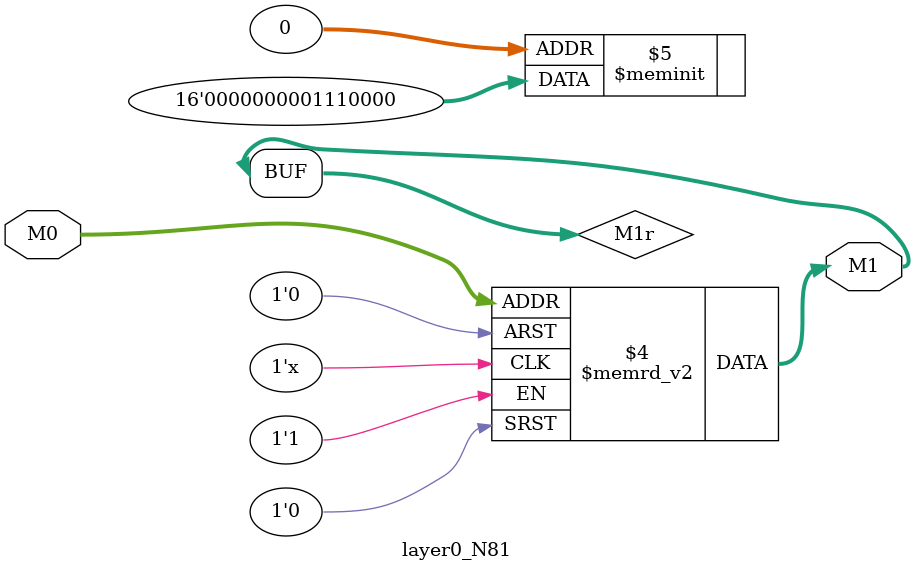
<source format=v>
module layer0_N81 ( input [2:0] M0, output [1:0] M1 );

	(*rom_style = "distributed" *) reg [1:0] M1r;
	assign M1 = M1r;
	always @ (M0) begin
		case (M0)
			3'b000: M1r = 2'b00;
			3'b100: M1r = 2'b00;
			3'b010: M1r = 2'b11;
			3'b110: M1r = 2'b00;
			3'b001: M1r = 2'b00;
			3'b101: M1r = 2'b00;
			3'b011: M1r = 2'b01;
			3'b111: M1r = 2'b00;

		endcase
	end
endmodule

</source>
